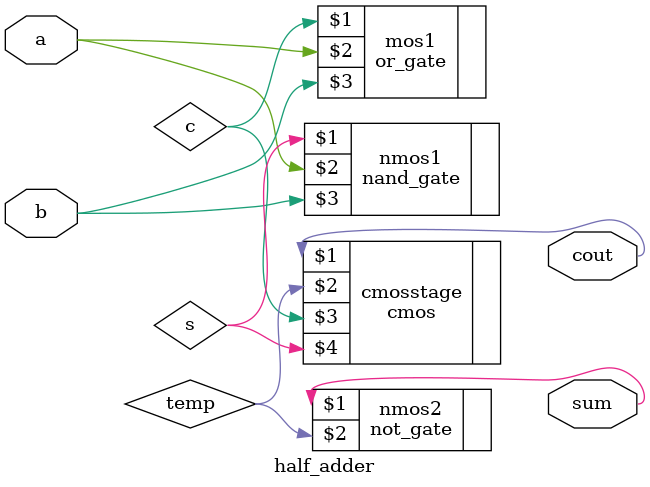
<source format=v>
module half_adder( 
input a, b,
output cout, sum );
 wire s, c;
 // Construct and-or network
 or_gate mos1(c, a, b); //c = a or b
 nand_gate nmos1(s, a, b); //s = not (a and b)
 wire temp;
 cmos cmosstage( cout, temp, c, s );
 not_gate nmos2( sum, temp);
endmodule

</source>
